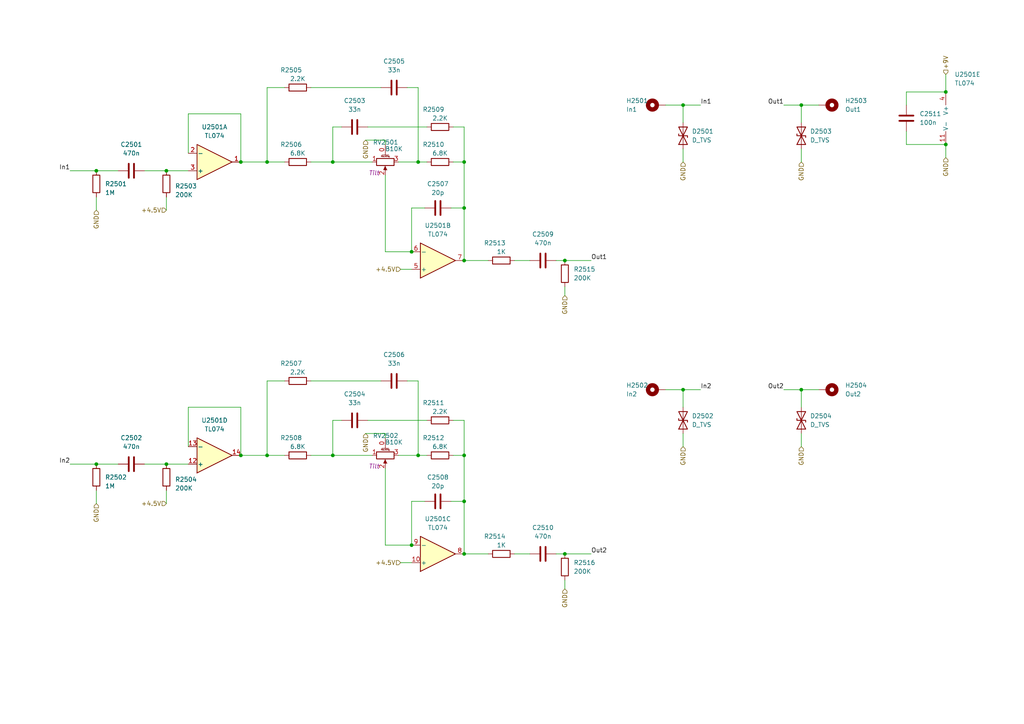
<source format=kicad_sch>
(kicad_sch (version 20211123) (generator eeschema)
  (paper "A4")
  (lib_symbols
    (symbol "Amplifier_Operational:TL074" (pin_names (offset 0.127))
      (property "Reference" "U" (at 0 5.08 0))
      (property "Value" "TL074" (at 0 -5.08 0))
      (symbol "TL074_1_1"
        (polyline (pts (xy -5.08 5.08) (xy 5.08 0) (xy -5.08 -5.08) (xy -5.08 5.08)) (stroke (width 0.254)) (fill (type background)))
        (pin output line (at 7.62 0 180) (length 2.54) (name "~") (number "1"))
        (pin input line (at -7.62 -2.54 0) (length 2.54) (name "-") (number "2"))
        (pin input line (at -7.62 2.54 0) (length 2.54) (name "+") (number "3"))
      )
      (symbol "TL074_2_1"
        (polyline (pts (xy -5.08 5.08) (xy 5.08 0) (xy -5.08 -5.08) (xy -5.08 5.08)) (stroke (width 0.254)) (fill (type background)))
        (pin input line (at -7.62 2.54 0) (length 2.54) (name "+") (number "5"))
        (pin input line (at -7.62 -2.54 0) (length 2.54) (name "-") (number "6"))
        (pin output line (at 7.62 0 180) (length 2.54) (name "~") (number "7"))
      )
      (symbol "TL074_3_1"
        (polyline (pts (xy -5.08 5.08) (xy 5.08 0) (xy -5.08 -5.08) (xy -5.08 5.08)) (stroke (width 0.254)) (fill (type background)))
        (pin input line (at -7.62 2.54 0) (length 2.54) (name "+") (number "10"))
        (pin output line (at 7.62 0 180) (length 2.54) (name "~") (number "8"))
        (pin input line (at -7.62 -2.54 0) (length 2.54) (name "-") (number "9"))
      )
      (symbol "TL074_4_1"
        (polyline (pts (xy -5.08 5.08) (xy 5.08 0) (xy -5.08 -5.08) (xy -5.08 5.08)) (stroke (width 0.254)) (fill (type background)))
        (pin input line (at -7.62 2.54 0) (length 2.54) (name "+") (number "12"))
        (pin input line (at -7.62 -2.54 0) (length 2.54) (name "-") (number "13"))
        (pin output line (at 7.62 0 180) (length 2.54) (name "~") (number "14"))
      )
      (symbol "TL074_5_1"
        (pin power_in line (at -2.54 -7.62 90) (length 3.81) (name "V-") (number "11"))
        (pin power_in line (at -2.54 7.62 270) (length 3.81) (name "V+") (number "4"))
      )
    )
    (symbol "Device:C" (pin_numbers hide) (pin_names (offset 0.254))
      (property "Reference" "C" (at 0.635 2.54 0))
      (property "Value" "C" (at 0.635 -2.54 0))
      (symbol "C_0_1"
        (polyline (pts (xy -2.032 -0.762) (xy 2.032 -0.762)) (stroke (width 0.508)))
        (polyline (pts (xy -2.032 0.762) (xy 2.032 0.762)) (stroke (width 0.508)))
      )
      (symbol "C_1_1"
        (pin passive line (at 0 3.81 270) (length 2.794) (name "~") (number "1"))
        (pin passive line (at 0 -3.81 90) (length 2.794) (name "~") (number "2"))
      )
    )
    (symbol "Device:D_TVS" (pin_numbers hide) (pin_names (offset 1.016) hide)
      (property "Reference" "D" (at 0 2.54 0))
      (property "Value" "D_TVS" (at 0 -2.54 0))
      (symbol "D_TVS_0_1"
        (polyline (pts (xy 1.27 0) (xy -1.27 0)))
        (polyline (pts (xy 0.508 1.27) (xy 0 1.27) (xy 0 -1.27) (xy -0.508 -1.27)) (stroke (width 0.254)))
        (polyline (pts (xy -2.54 1.27) (xy -2.54 -1.27) (xy 2.54 1.27) (xy 2.54 -1.27) (xy -2.54 1.27)) (stroke (width 0.254)))
      )
      (symbol "D_TVS_1_1"
        (pin passive line (at -3.81 0 0) (length 2.54) (name "A1") (number "1"))
        (pin passive line (at 3.81 0 180) (length 2.54) (name "A2") (number "2"))
      )
    )
    (symbol "Device:R" (pin_numbers hide) (pin_names (offset 0))
      (property "Reference" "R" (at 2.032 0 90))
      (property "Value" "R" (at 0 0 90))
      (symbol "R_0_1"
        (rectangle (start -1.016 -2.54) (end 1.016 2.54) (stroke (width 0.254)))
      )
      (symbol "R_1_1"
        (pin passive line (at 0 3.81 270) (length 1.27) (name "~") (number "1"))
        (pin passive line (at 0 -3.81 90) (length 1.27) (name "~") (number "2"))
      )
    )
    (symbol "Mechanical:MountingHole_Pad" (pin_numbers hide) (pin_names (offset 1.016) hide)
      (property "Reference" "H" (at 0 6.35 0))
      (property "Value" "MountingHole_Pad" (at 0 4.445 0))
      (symbol "MountingHole_Pad_0_1"
        (circle (center 0 1.27) (radius 1.27) (stroke (width 1.27)))
      )
      (symbol "MountingHole_Pad_1_1"
        (pin input line (at 0 -2.54 90) (length 2.54) (name "1") (number "1"))
      )
    )
    (symbol "R0904NB10KL-25KQ:R_Potentiometer_Shield" (pin_names (offset 1.016) hide)
      (property "Reference" "RV" (at -8.255 0 90))
      (property "Value" "R_Potentiometer_Shield" (at -6.35 0 90))
      (symbol "R_Potentiometer_Shield_0_1"
        (polyline (pts (xy 2.54 0) (xy 1.524 0)))
        (polyline (pts (xy 1.143 0) (xy 2.286 0.508) (xy 2.286 -0.508)) (fill (type outline)))
        (rectangle (start 1.016 2.54) (end -1.016 -2.54) (stroke (width 0.254)))
      )
      (symbol "R_Potentiometer_Shield_1_1"
        (polyline (pts (xy -2.032 1.016) (xy -2.032 -1.016)) (stroke (width 0.1524)))
        (text "Mounting" (at -1.651 0 900) (effects (font (size 0.381 0.381))))
        (pin passive line (at -5.08 0 0) (length 3.048) (name "ShieldPin") (number "0"))
        (pin passive line (at 0 3.81 270) (length 1.27) (name "1") (number "1"))
        (pin passive line (at 3.81 0 180) (length 1.27) (name "2") (number "2"))
        (pin passive line (at 0 -3.81 90) (length 1.27) (name "3") (number "3"))
      )
    )
  )
  (junction (at 198.12 113.03))
  (junction (at 48.26 134.62))
  (junction (at 27.94 49.53))
  (junction (at 232.41 113.03))
  (junction (at 232.41 30.48))
  (junction (at 121.285 132.08))
  (junction (at 274.32 26.67))
  (junction (at 198.12 30.48))
  (junction (at 134.62 75.565))
  (junction (at 134.62 46.99))
  (junction (at 77.47 132.08))
  (junction (at 48.26 49.53))
  (junction (at 134.62 132.08))
  (junction (at 134.62 160.655))
  (junction (at 69.85 46.99))
  (junction (at 27.94 134.62))
  (junction (at 119.38 158.115))
  (junction (at 96.52 46.99))
  (junction (at 119.38 73.025))
  (junction (at 163.83 160.655))
  (junction (at 69.85 132.08))
  (junction (at 121.285 46.99))
  (junction (at 77.47 46.99))
  (junction (at 274.32 41.91))
  (junction (at 163.83 75.565))
  (junction (at 134.62 145.415))
  (junction (at 96.52 132.08))
  (junction (at 134.62 60.325))
  (wire (pts (xy 232.41 30.48) (xy 237.49 30.48)))
  (wire (pts (xy 48.26 57.15) (xy 48.26 60.96)))
  (wire (pts (xy 163.83 168.275) (xy 163.83 170.815)))
  (wire (pts (xy 121.285 132.08) (xy 123.825 132.08)))
  (wire (pts (xy 161.29 75.565) (xy 163.83 75.565)))
  (wire (pts (xy 111.76 125.73) (xy 111.76 127)))
  (wire (pts (xy 198.12 113.03) (xy 203.2 113.03)))
  (wire (pts (xy 163.83 83.185) (xy 163.83 85.725)))
  (wire (pts (xy 134.62 145.415) (xy 134.62 160.655)))
  (wire (pts (xy 274.32 21.59) (xy 274.32 26.67)))
  (wire (pts (xy 111.76 73.025) (xy 119.38 73.025)))
  (wire (pts (xy 262.89 38.1) (xy 262.89 41.91)))
  (wire (pts (xy 115.57 46.99) (xy 121.285 46.99)))
  (wire (pts (xy 134.62 160.655) (xy 141.605 160.655)))
  (wire (pts (xy 90.17 110.49) (xy 110.49 110.49)))
  (wire (pts (xy 27.94 57.15) (xy 27.94 60.96)))
  (wire (pts (xy 77.47 46.99) (xy 82.55 46.99)))
  (wire (pts (xy 232.41 43.18) (xy 232.41 46.99)))
  (wire (pts (xy 20.32 49.53) (xy 27.94 49.53)))
  (wire (pts (xy 134.62 36.83) (xy 134.62 46.99)))
  (wire (pts (xy 54.61 44.45) (xy 54.61 33.02)))
  (wire (pts (xy 77.47 110.49) (xy 77.47 132.08)))
  (wire (pts (xy 198.12 113.03) (xy 198.12 118.11)))
  (wire (pts (xy 90.17 132.08) (xy 96.52 132.08)))
  (wire (pts (xy 96.52 36.83) (xy 99.06 36.83)))
  (wire (pts (xy 119.38 73.025) (xy 119.38 60.325)))
  (wire (pts (xy 198.12 125.73) (xy 198.12 129.54)))
  (wire (pts (xy 96.52 121.92) (xy 96.52 132.08)))
  (wire (pts (xy 232.41 125.73) (xy 232.41 129.54)))
  (wire (pts (xy 90.17 46.99) (xy 96.52 46.99)))
  (wire (pts (xy 232.41 30.48) (xy 232.41 35.56)))
  (wire (pts (xy 111.76 158.115) (xy 119.38 158.115)))
  (wire (pts (xy 82.55 25.4) (xy 77.47 25.4)))
  (wire (pts (xy 198.12 43.18) (xy 198.12 46.99)))
  (wire (pts (xy 121.285 46.99) (xy 123.825 46.99)))
  (wire (pts (xy 119.38 60.325) (xy 123.19 60.325)))
  (wire (pts (xy 27.94 134.62) (xy 34.29 134.62)))
  (wire (pts (xy 134.62 46.99) (xy 134.62 60.325)))
  (wire (pts (xy 116.205 163.195) (xy 119.38 163.195)))
  (wire (pts (xy 54.61 129.54) (xy 54.61 118.11)))
  (wire (pts (xy 106.045 125.73) (xy 111.76 125.73)))
  (wire (pts (xy 149.225 75.565) (xy 153.67 75.565)))
  (wire (pts (xy 54.61 118.11) (xy 69.85 118.11)))
  (wire (pts (xy 111.76 40.64) (xy 111.76 41.91)))
  (wire (pts (xy 118.11 25.4) (xy 121.285 25.4)))
  (wire (pts (xy 130.81 145.415) (xy 134.62 145.415)))
  (wire (pts (xy 20.32 134.62) (xy 27.94 134.62)))
  (wire (pts (xy 131.445 36.83) (xy 134.62 36.83)))
  (wire (pts (xy 121.285 110.49) (xy 121.285 132.08)))
  (wire (pts (xy 111.76 135.89) (xy 111.76 158.115)))
  (wire (pts (xy 119.38 158.115) (xy 119.38 145.415)))
  (wire (pts (xy 69.85 33.02) (xy 69.85 46.99)))
  (wire (pts (xy 111.76 50.8) (xy 111.76 73.025)))
  (wire (pts (xy 274.32 41.91) (xy 274.32 45.72)))
  (wire (pts (xy 119.38 145.415) (xy 123.19 145.415)))
  (wire (pts (xy 131.445 132.08) (xy 134.62 132.08)))
  (wire (pts (xy 130.81 60.325) (xy 134.62 60.325)))
  (wire (pts (xy 149.225 160.655) (xy 153.67 160.655)))
  (wire (pts (xy 69.85 118.11) (xy 69.85 132.08)))
  (wire (pts (xy 116.205 78.105) (xy 119.38 78.105)))
  (wire (pts (xy 69.85 132.08) (xy 77.47 132.08)))
  (wire (pts (xy 134.62 132.08) (xy 134.62 145.415)))
  (wire (pts (xy 134.62 75.565) (xy 141.605 75.565)))
  (wire (pts (xy 232.41 113.03) (xy 232.41 118.11)))
  (wire (pts (xy 77.47 25.4) (xy 77.47 46.99)))
  (wire (pts (xy 227.33 30.48) (xy 232.41 30.48)))
  (wire (pts (xy 48.26 49.53) (xy 54.61 49.53)))
  (wire (pts (xy 106.68 121.92) (xy 123.825 121.92)))
  (wire (pts (xy 232.41 113.03) (xy 237.49 113.03)))
  (wire (pts (xy 163.83 75.565) (xy 171.45 75.565)))
  (wire (pts (xy 262.89 26.67) (xy 262.89 30.48)))
  (wire (pts (xy 82.55 110.49) (xy 77.47 110.49)))
  (wire (pts (xy 54.61 33.02) (xy 69.85 33.02)))
  (wire (pts (xy 198.12 30.48) (xy 198.12 35.56)))
  (wire (pts (xy 134.62 60.325) (xy 134.62 75.565)))
  (wire (pts (xy 262.89 41.91) (xy 274.32 41.91)))
  (wire (pts (xy 90.17 25.4) (xy 110.49 25.4)))
  (wire (pts (xy 41.91 49.53) (xy 48.26 49.53)))
  (wire (pts (xy 121.285 25.4) (xy 121.285 46.99)))
  (wire (pts (xy 227.33 113.03) (xy 232.41 113.03)))
  (wire (pts (xy 96.52 36.83) (xy 96.52 46.99)))
  (wire (pts (xy 134.62 121.92) (xy 134.62 132.08)))
  (wire (pts (xy 198.12 30.48) (xy 203.2 30.48)))
  (wire (pts (xy 193.04 113.03) (xy 198.12 113.03)))
  (wire (pts (xy 193.04 30.48) (xy 198.12 30.48)))
  (wire (pts (xy 48.26 142.24) (xy 48.26 146.05)))
  (wire (pts (xy 115.57 132.08) (xy 121.285 132.08)))
  (wire (pts (xy 131.445 121.92) (xy 134.62 121.92)))
  (wire (pts (xy 161.29 160.655) (xy 163.83 160.655)))
  (wire (pts (xy 96.52 121.92) (xy 99.06 121.92)))
  (wire (pts (xy 96.52 132.08) (xy 107.95 132.08)))
  (wire (pts (xy 118.11 110.49) (xy 121.285 110.49)))
  (wire (pts (xy 41.91 134.62) (xy 48.26 134.62)))
  (wire (pts (xy 27.94 49.53) (xy 34.29 49.53)))
  (wire (pts (xy 163.83 160.655) (xy 171.45 160.655)))
  (wire (pts (xy 48.26 134.62) (xy 54.61 134.62)))
  (wire (pts (xy 77.47 132.08) (xy 82.55 132.08)))
  (wire (pts (xy 106.68 36.83) (xy 123.825 36.83)))
  (wire (pts (xy 96.52 46.99) (xy 107.95 46.99)))
  (wire (pts (xy 131.445 46.99) (xy 134.62 46.99)))
  (wire (pts (xy 274.32 26.67) (xy 262.89 26.67)))
  (wire (pts (xy 69.85 46.99) (xy 77.47 46.99)))
  (wire (pts (xy 27.94 142.24) (xy 27.94 146.05)))
  (wire (pts (xy 106.045 40.64) (xy 111.76 40.64)))
  (label "Out2" (at 227.33 113.03 180))
  (label "Out2" (at 171.45 160.655 0))
  (label "In2" (at 203.2 113.03 0))
  (label "In2" (at 20.32 134.62 180))
  (label "Out1" (at 171.45 75.565 0))
  (label "In1" (at 20.32 49.53 180))
  (label "Out1" (at 227.33 30.48 180))
  (label "In1" (at 203.2 30.48 0))
  (hierarchical_label "GND" (shape input) (at 163.83 170.815 270))
  (hierarchical_label "GND" (shape input) (at 27.94 60.96 270))
  (hierarchical_label "GND" (shape input) (at 106.045 125.73 270))
  (hierarchical_label "+4.5V" (shape input) (at 48.26 60.96 180))
  (hierarchical_label "+4.5V" (shape input) (at 116.205 78.105 180))
  (hierarchical_label "GND" (shape input) (at 274.32 45.72 270))
  (hierarchical_label "GND" (shape input) (at 198.12 46.99 270))
  (hierarchical_label "GND" (shape input) (at 163.83 85.725 270))
  (hierarchical_label "+4.5V" (shape input) (at 48.26 146.05 180))
  (hierarchical_label "GND" (shape input) (at 198.12 129.54 270))
  (hierarchical_label "+9V" (shape input) (at 274.32 21.59 90))
  (hierarchical_label "GND" (shape input) (at 232.41 129.54 270))
  (hierarchical_label "GND" (shape input) (at 27.94 146.05 270))
  (hierarchical_label "+4.5V" (shape input) (at 116.205 163.195 180))
  (hierarchical_label "GND" (shape input) (at 106.045 40.64 270))
  (hierarchical_label "GND" (shape input) (at 232.41 46.99 270))
  (symbol (lib_id "Device:R") (at 127.635 36.83 90) (unit 1)
    (property "Reference" "R2509" (at 128.905 31.75 90) (effects (justify left)))
    (property "Value" "2.2K" (at 127.635 34.29 90))
    (property "Footprint" "Resistor_SMD:R_0603_1608Metric_Pad0.98x0.95mm_HandSolder" (effects hide))
    (property "LCSC" "C328351" (effects hide))
  )
  (symbol (lib_id "R0904NB10KL-25KQ:R_Potentiometer_Shield") (at 111.76 132.08 90) (mirror x) (unit 1)
    (property "Reference" "RV2502" (at 115.57 126.365 90) (effects (justify left)))
    (property "Value" "B10K" (at 116.84 128.27 90) (effects (justify left)))
    (property "Footprint" "R0904NB10KL-25KQ:V2_TRIM_R0904NB10KL-25KQ-" (effects hide))
    (property "Role" "Tilt" (at 108.585 135.255 90) (effects (font italic)))
  )
  (symbol (lib_id "Amplifier_Operational:TL074") (at 127 75.565 0) (mirror x) (unit 2)
    (property "Reference" "U2501" (at 127 65.405 0))
    (property "Value" "TL074" (at 127 67.945 0))
    (property "Footprint" "Package_SO:SOIC-14_3.9x8.7mm_P1.27mm" (effects hide))
    (property "Datasheet" "http://www.ti.com/lit/ds/symlink/tl071.pdf" (effects hide))
    (property "LCSC" "C6963" (effects hide))
  )
  (symbol (lib_id "Device:R") (at 145.415 160.655 90) (unit 1)
    (property "Reference" "R2514" (at 146.685 155.575 90) (effects (justify left)))
    (property "Value" "1K" (at 145.415 158.115 90))
    (property "Footprint" "Resistor_SMD:R_0603_1608Metric_Pad0.98x0.95mm_HandSolder" (effects hide))
    (property "LCSC" "C2907002" (effects hide))
  )
  (symbol (lib_id "Device:R") (at 127.635 46.99 90) (unit 1)
    (property "Reference" "R2510" (at 128.905 41.91 90) (effects (justify left)))
    (property "Value" "6.8K" (at 127.635 44.45 90))
    (property "Footprint" "Resistor_SMD:R_0603_1608Metric_Pad0.98x0.95mm_HandSolder" (effects hide))
    (property "LCSC" "C328374" (effects hide))
  )
  (symbol (lib_id "Device:R") (at 86.36 132.08 90) (unit 1)
    (property "Reference" "R2508" (at 87.63 127 90) (effects (justify left)))
    (property "Value" "6.8K" (at 86.36 129.54 90))
    (property "Footprint" "Resistor_SMD:R_0603_1608Metric_Pad0.98x0.95mm_HandSolder" (effects hide))
    (property "LCSC" "C328374" (effects hide))
  )
  (symbol (lib_id "Device:R") (at 48.26 138.43 0) (unit 1)
    (property "Reference" "R2504" (at 50.8 139.065 0) (effects (justify left)))
    (property "Value" "200K" (at 50.8 141.605 0) (effects (justify left)))
    (property "Footprint" "Resistor_SMD:R_0603_1608Metric_Pad0.98x0.95mm_HandSolder" (effects hide))
    (property "LCSC" "C203392" (effects hide))
  )
  (symbol (lib_id "Device:R") (at 27.94 138.43 0) (unit 1)
    (property "Reference" "R2502" (at 30.48 138.43 0) (effects (justify left)))
    (property "Value" "1M" (at 30.48 140.97 0) (effects (justify left)))
    (property "Footprint" "Resistor_SMD:R_0603_1608Metric_Pad0.98x0.95mm_HandSolder" (effects hide))
    (property "LCSC" "C234360" (effects hide))
  )
  (symbol (lib_id "Device:R") (at 127.635 121.92 90) (unit 1)
    (property "Reference" "R2511" (at 128.905 116.84 90) (effects (justify left)))
    (property "Value" "2.2K" (at 127.635 119.38 90))
    (property "Footprint" "Resistor_SMD:R_0603_1608Metric_Pad0.98x0.95mm_HandSolder" (effects hide))
    (property "LCSC" "C328351" (effects hide))
  )
  (symbol (lib_id "Device:C") (at 38.1 49.53 90) (unit 1)
    (property "Reference" "C2501" (at 38.1 41.91 90))
    (property "Value" "470n" (at 38.1 44.45 90))
    (property "Footprint" "Capacitor_SMD:C_0805_2012Metric_Pad1.18x1.45mm_HandSolder" (effects hide))
    (property "LCSC" "C651004" (effects hide))
    (property "Role" "audio-coupling" (effects hide))
  )
  (symbol (lib_id "R0904NB10KL-25KQ:R_Potentiometer_Shield") (at 111.76 46.99 90) (mirror x) (unit 1)
    (property "Reference" "RV2501" (at 115.57 41.275 90) (effects (justify left)))
    (property "Value" "B10K" (at 116.84 43.18 90) (effects (justify left)))
    (property "Footprint" "R0904NB10KL-25KQ:V2_TRIM_R0904NB10KL-25KQ-" (effects hide))
    (property "Role" "Tilt" (at 108.585 50.165 90) (effects (font italic)))
  )
  (symbol (lib_id "Device:R") (at 86.36 110.49 90) (unit 1)
    (property "Reference" "R2507" (at 87.63 105.41 90) (effects (justify left)))
    (property "Value" "2.2K" (at 86.36 107.95 90))
    (property "Footprint" "Resistor_SMD:R_0603_1608Metric_Pad0.98x0.95mm_HandSolder" (effects hide))
    (property "LCSC" "C328351" (effects hide))
  )
  (symbol (lib_id "Device:C") (at 127 60.325 90) (unit 1)
    (property "Reference" "C2507" (at 127 53.34 90))
    (property "Value" "20p" (at 127 55.88 90))
    (property "Footprint" "Capacitor_SMD:C_0603_1608Metric_Pad1.08x0.95mm_HandSolder" (effects hide))
    (property "LCSC" "C105621" (effects hide))
    (property "Role" "audio-filter" (effects hide))
  )
  (symbol (lib_id "Amplifier_Operational:TL074") (at 62.23 132.08 0) (mirror x) (unit 4)
    (property "Reference" "U2501" (at 62.23 121.92 0))
    (property "Value" "TL074" (at 62.23 124.46 0))
    (property "Footprint" "Package_SO:SOIC-14_3.9x8.7mm_P1.27mm" (effects hide))
    (property "Datasheet" "http://www.ti.com/lit/ds/symlink/tl071.pdf" (effects hide))
    (property "LCSC" "C6963" (effects hide))
  )
  (symbol (lib_id "Device:R") (at 48.26 53.34 0) (unit 1)
    (property "Reference" "R2503" (at 50.8 53.975 0) (effects (justify left)))
    (property "Value" "200K" (at 50.8 56.515 0) (effects (justify left)))
    (property "Footprint" "Resistor_SMD:R_0603_1608Metric_Pad0.98x0.95mm_HandSolder" (effects hide))
    (property "LCSC" "C203392" (effects hide))
  )
  (symbol (lib_id "Device:C") (at 157.48 75.565 90) (unit 1)
    (property "Reference" "C2509" (at 157.48 67.945 90))
    (property "Value" "470n" (at 157.48 70.485 90))
    (property "Footprint" "Capacitor_SMD:C_0805_2012Metric_Pad1.18x1.45mm_HandSolder" (effects hide))
    (property "LCSC" "C651004" (effects hide))
    (property "Role" "audio-coupling" (effects hide))
  )
  (symbol (lib_id "Mechanical:MountingHole_Pad") (at 190.5 30.48 90) (unit 1)
    (property "Reference" "H2501" (at 181.61 29.21 90) (effects (justify right)))
    (property "Value" "In1" (at 181.61 31.75 90) (effects (justify right)))
    (property "Footprint" "MountingHole:MountingHole_4.3mm_M4_Pad_TopBottom" (effects hide))
  )
  (symbol (lib_id "Device:C") (at 102.87 121.92 90) (unit 1)
    (property "Reference" "C2504" (at 102.87 114.3 90))
    (property "Value" "33n" (at 102.87 116.84 90))
    (property "Footprint" "Capacitor_SMD:C_0603_1608Metric_Pad1.08x0.95mm_HandSolder" (effects hide))
    (property "LCSC" "C106856" (effects hide))
    (property "Role" "audio-filter" (effects hide))
  )
  (symbol (lib_id "Amplifier_Operational:TL074") (at 276.86 34.29 0) (unit 5)
    (property "Reference" "U2501" (at 276.86 21.59 0) (effects (justify left)))
    (property "Value" "TL074" (at 276.86 24.13 0) (effects (justify left)))
    (property "Footprint" "Package_SO:SOIC-14_3.9x8.7mm_P1.27mm" (effects hide))
    (property "Datasheet" "http://www.ti.com/lit/ds/symlink/tl071.pdf" (effects hide))
    (property "LCSC" "C6963" (effects hide))
  )
  (symbol (lib_id "Device:R") (at 127.635 132.08 90) (unit 1)
    (property "Reference" "R2512" (at 128.905 127 90) (effects (justify left)))
    (property "Value" "6.8K" (at 127.635 129.54 90))
    (property "Footprint" "Resistor_SMD:R_0603_1608Metric_Pad0.98x0.95mm_HandSolder" (effects hide))
    (property "LCSC" "C328374" (effects hide))
  )
  (symbol (lib_id "Amplifier_Operational:TL074") (at 62.23 46.99 0) (mirror x) (unit 1)
    (property "Reference" "U2501" (at 62.23 36.83 0))
    (property "Value" "TL074" (at 62.23 39.37 0))
    (property "Footprint" "Package_SO:SOIC-14_3.9x8.7mm_P1.27mm" (effects hide))
    (property "Datasheet" "http://www.ti.com/lit/ds/symlink/tl071.pdf" (effects hide))
    (property "LCSC" "C6963" (effects hide))
  )
  (symbol (lib_id "Device:R") (at 27.94 53.34 0) (unit 1)
    (property "Reference" "R2501" (at 30.48 53.34 0) (effects (justify left)))
    (property "Value" "1M" (at 30.48 55.88 0) (effects (justify left)))
    (property "Footprint" "Resistor_SMD:R_0603_1608Metric_Pad0.98x0.95mm_HandSolder" (effects hide))
    (property "LCSC" "C234360" (effects hide))
  )
  (symbol (lib_id "Device:R") (at 163.83 164.465 0) (unit 1)
    (property "Reference" "R2516" (at 166.37 163.1949 0) (effects (justify left)))
    (property "Value" "200K" (at 166.37 165.7349 0) (effects (justify left)))
    (property "Footprint" "Resistor_SMD:R_0603_1608Metric_Pad0.98x0.95mm_HandSolder" (effects hide))
    (property "LCSC" "C203392" (effects hide))
  )
  (symbol (lib_id "Device:D_TVS") (at 232.41 121.92 90) (unit 1)
    (property "Reference" "D2504" (at 234.95 120.6499 90) (effects (justify right)))
    (property "Value" "D_TVS" (at 234.95 123.1899 90) (effects (justify right)))
    (property "Footprint" "Diode_SMD:D_SOD-323_HandSoldering" (effects hide))
    (property "LCSC" "C20936" (effects hide))
  )
  (symbol (lib_id "Mechanical:MountingHole_Pad") (at 190.5 113.03 90) (unit 1)
    (property "Reference" "H2502" (at 181.61 111.76 90) (effects (justify right)))
    (property "Value" "In2" (at 181.61 114.3 90) (effects (justify right)))
    (property "Footprint" "MountingHole:MountingHole_4.3mm_M4_Pad_TopBottom" (effects hide))
  )
  (symbol (lib_id "Device:C") (at 114.3 110.49 90) (unit 1)
    (property "Reference" "C2506" (at 114.3 102.87 90))
    (property "Value" "33n" (at 114.3 105.41 90))
    (property "Footprint" "Capacitor_SMD:C_0603_1608Metric_Pad1.08x0.95mm_HandSolder" (effects hide))
    (property "LCSC" "C106856" (effects hide))
    (property "Role" "audio-filter" (effects hide))
  )
  (symbol (lib_id "Device:C") (at 262.89 34.29 0) (unit 1)
    (property "Reference" "C2511" (at 266.7 33.0199 0) (effects (justify left)))
    (property "Value" "100n" (at 266.7 35.5599 0) (effects (justify left)))
    (property "Footprint" "Capacitor_SMD:C_0603_1608Metric_Pad1.08x0.95mm_HandSolder" (effects hide))
    (property "LCSC" "C497032" (effects hide))
    (property "Role" "ic-bypass" (effects hide))
  )
  (symbol (lib_id "Device:C") (at 127 145.415 90) (unit 1)
    (property "Reference" "C2508" (at 127 138.43 90))
    (property "Value" "20p" (at 127 140.97 90))
    (property "Footprint" "Capacitor_SMD:C_0603_1608Metric_Pad1.08x0.95mm_HandSolder" (effects hide))
    (property "LCSC" "C105621" (effects hide))
    (property "Role" "audio-filter" (effects hide))
  )
  (symbol (lib_id "Device:R") (at 163.83 79.375 0) (unit 1)
    (property "Reference" "R2515" (at 166.37 78.1049 0) (effects (justify left)))
    (property "Value" "200K" (at 166.37 80.6449 0) (effects (justify left)))
    (property "Footprint" "Resistor_SMD:R_0603_1608Metric_Pad0.98x0.95mm_HandSolder" (effects hide))
    (property "LCSC" "C203392" (effects hide))
  )
  (symbol (lib_id "Device:R") (at 86.36 25.4 90) (unit 1)
    (property "Reference" "R2505" (at 87.63 20.32 90) (effects (justify left)))
    (property "Value" "2.2K" (at 86.36 22.86 90))
    (property "Footprint" "Resistor_SMD:R_0603_1608Metric_Pad0.98x0.95mm_HandSolder" (effects hide))
    (property "LCSC" "C328351" (effects hide))
  )
  (symbol (lib_id "Device:R") (at 145.415 75.565 90) (unit 1)
    (property "Reference" "R2513" (at 146.685 70.485 90) (effects (justify left)))
    (property "Value" "1K" (at 145.415 73.025 90))
    (property "Footprint" "Resistor_SMD:R_0603_1608Metric_Pad0.98x0.95mm_HandSolder" (effects hide))
    (property "LCSC" "C2907002" (effects hide))
  )
  (symbol (lib_id "Device:D_TVS") (at 198.12 39.37 90) (unit 1)
    (property "Reference" "D2501" (at 200.66 38.0999 90) (effects (justify right)))
    (property "Value" "D_TVS" (at 200.66 40.6399 90) (effects (justify right)))
    (property "Footprint" "Diode_SMD:D_SOD-323_HandSoldering" (effects hide))
    (property "LCSC" "C20936" (effects hide))
  )
  (symbol (lib_id "Device:C") (at 38.1 134.62 90) (unit 1)
    (property "Reference" "C2502" (at 38.1 127 90))
    (property "Value" "470n" (at 38.1 129.54 90))
    (property "Footprint" "Capacitor_SMD:C_0805_2012Metric_Pad1.18x1.45mm_HandSolder" (effects hide))
    (property "LCSC" "C651004" (effects hide))
    (property "Role" "audio-coupling" (effects hide))
  )
  (symbol (lib_id "Mechanical:MountingHole_Pad") (at 240.03 30.48 270) (unit 1)
    (property "Reference" "H2503" (at 245.11 29.21 90) (effects (justify left)))
    (property "Value" "Out1" (at 245.11 31.75 90) (effects (justify left)))
    (property "Footprint" "MountingHole:MountingHole_4.3mm_M4_Pad_TopBottom" (effects hide))
  )
  (symbol (lib_id "Device:C") (at 102.87 36.83 90) (unit 1)
    (property "Reference" "C2503" (at 102.87 29.21 90))
    (property "Value" "33n" (at 102.87 31.75 90))
    (property "Footprint" "Capacitor_SMD:C_0603_1608Metric_Pad1.08x0.95mm_HandSolder" (effects hide))
    (property "LCSC" "C106856" (effects hide))
    (property "Role" "audio-filter" (effects hide))
  )
  (symbol (lib_id "Device:C") (at 157.48 160.655 90) (unit 1)
    (property "Reference" "C2510" (at 157.48 153.035 90))
    (property "Value" "470n" (at 157.48 155.575 90))
    (property "Footprint" "Capacitor_SMD:C_0805_2012Metric_Pad1.18x1.45mm_HandSolder" (effects hide))
    (property "LCSC" "C651004" (effects hide))
    (property "Role" "audio-coupling" (effects hide))
  )
  (symbol (lib_id "Device:D_TVS") (at 198.12 121.92 90) (unit 1)
    (property "Reference" "D2502" (at 200.66 120.6499 90) (effects (justify right)))
    (property "Value" "D_TVS" (at 200.66 123.1899 90) (effects (justify right)))
    (property "Footprint" "Diode_SMD:D_SOD-323_HandSoldering" (effects hide))
    (property "LCSC" "C20936" (effects hide))
  )
  (symbol (lib_id "Mechanical:MountingHole_Pad") (at 240.03 113.03 270) (unit 1)
    (property "Reference" "H2504" (at 245.11 111.76 90) (effects (justify left)))
    (property "Value" "Out2" (at 245.11 114.3 90) (effects (justify left)))
    (property "Footprint" "MountingHole:MountingHole_4.3mm_M4_Pad_TopBottom" (effects hide))
  )
  (symbol (lib_id "Device:R") (at 86.36 46.99 90) (unit 1)
    (property "Reference" "R2506" (at 87.63 41.91 90) (effects (justify left)))
    (property "Value" "6.8K" (at 86.36 44.45 90))
    (property "Footprint" "Resistor_SMD:R_0603_1608Metric_Pad0.98x0.95mm_HandSolder" (effects hide))
    (property "LCSC" "C328374" (effects hide))
  )
  (symbol (lib_id "Device:D_TVS") (at 232.41 39.37 90) (unit 1)
    (property "Reference" "D2503" (at 234.95 38.0999 90) (effects (justify right)))
    (property "Value" "D_TVS" (at 234.95 40.6399 90) (effects (justify right)))
    (property "Footprint" "Diode_SMD:D_SOD-323_HandSoldering" (effects hide))
    (property "LCSC" "C20936" (effects hide))
  )
  (symbol (lib_id "Device:C") (at 114.3 25.4 90) (unit 1)
    (property "Reference" "C2505" (at 114.3 17.78 90))
    (property "Value" "33n" (at 114.3 20.32 90))
    (property "Footprint" "Capacitor_SMD:C_0603_1608Metric_Pad1.08x0.95mm_HandSolder" (effects hide))
    (property "LCSC" "C106856" (effects hide))
    (property "Role" "audio-filter" (effects hide))
  )
  (symbol (lib_id "Amplifier_Operational:TL074") (at 127 160.655 0) (mirror x) (unit 3)
    (property "Reference" "U2501" (at 127 150.495 0))
    (property "Value" "TL074" (at 127 153.035 0))
    (property "Footprint" "Package_SO:SOIC-14_3.9x8.7mm_P1.27mm" (effects hide))
    (property "Datasheet" "http://www.ti.com/lit/ds/symlink/tl071.pdf" (effects hide))
    (property "LCSC" "C6963" (effects hide))
  )
)
</source>
